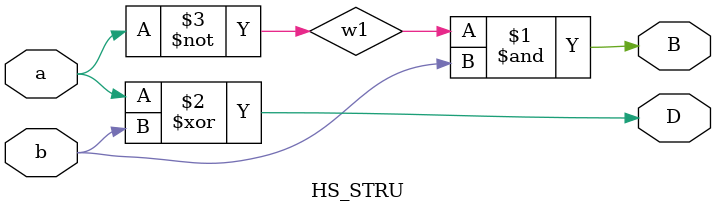
<source format=v>
module HS_STRU(input a,b,output B,D);
not(w1,a);
and(B,w1,b);
xor(D,a,b);
endmodule


</source>
